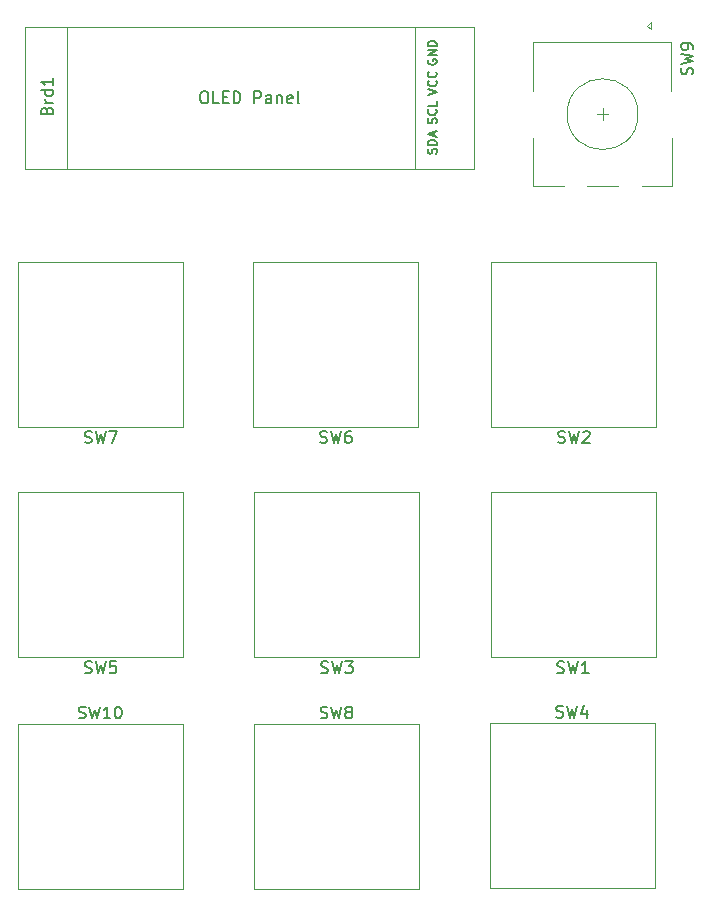
<source format=gbr>
%TF.GenerationSoftware,KiCad,Pcbnew,9.0.7*%
%TF.CreationDate,2026-02-17T23:39:54+08:00*%
%TF.ProjectId,MacroPad,4d616372-6f50-4616-942e-6b696361645f,rev?*%
%TF.SameCoordinates,Original*%
%TF.FileFunction,Legend,Top*%
%TF.FilePolarity,Positive*%
%FSLAX46Y46*%
G04 Gerber Fmt 4.6, Leading zero omitted, Abs format (unit mm)*
G04 Created by KiCad (PCBNEW 9.0.7) date 2026-02-17 23:39:54*
%MOMM*%
%LPD*%
G01*
G04 APERTURE LIST*
%ADD10C,0.150000*%
%ADD11C,0.120000*%
%ADD12C,0.040000*%
G04 APERTURE END LIST*
D10*
X113086667Y-83781200D02*
X113229524Y-83828819D01*
X113229524Y-83828819D02*
X113467619Y-83828819D01*
X113467619Y-83828819D02*
X113562857Y-83781200D01*
X113562857Y-83781200D02*
X113610476Y-83733580D01*
X113610476Y-83733580D02*
X113658095Y-83638342D01*
X113658095Y-83638342D02*
X113658095Y-83543104D01*
X113658095Y-83543104D02*
X113610476Y-83447866D01*
X113610476Y-83447866D02*
X113562857Y-83400247D01*
X113562857Y-83400247D02*
X113467619Y-83352628D01*
X113467619Y-83352628D02*
X113277143Y-83305009D01*
X113277143Y-83305009D02*
X113181905Y-83257390D01*
X113181905Y-83257390D02*
X113134286Y-83209771D01*
X113134286Y-83209771D02*
X113086667Y-83114533D01*
X113086667Y-83114533D02*
X113086667Y-83019295D01*
X113086667Y-83019295D02*
X113134286Y-82924057D01*
X113134286Y-82924057D02*
X113181905Y-82876438D01*
X113181905Y-82876438D02*
X113277143Y-82828819D01*
X113277143Y-82828819D02*
X113515238Y-82828819D01*
X113515238Y-82828819D02*
X113658095Y-82876438D01*
X113991429Y-82828819D02*
X114229524Y-83828819D01*
X114229524Y-83828819D02*
X114420000Y-83114533D01*
X114420000Y-83114533D02*
X114610476Y-83828819D01*
X114610476Y-83828819D02*
X114848572Y-82828819D01*
X115658095Y-82828819D02*
X115467619Y-82828819D01*
X115467619Y-82828819D02*
X115372381Y-82876438D01*
X115372381Y-82876438D02*
X115324762Y-82924057D01*
X115324762Y-82924057D02*
X115229524Y-83066914D01*
X115229524Y-83066914D02*
X115181905Y-83257390D01*
X115181905Y-83257390D02*
X115181905Y-83638342D01*
X115181905Y-83638342D02*
X115229524Y-83733580D01*
X115229524Y-83733580D02*
X115277143Y-83781200D01*
X115277143Y-83781200D02*
X115372381Y-83828819D01*
X115372381Y-83828819D02*
X115562857Y-83828819D01*
X115562857Y-83828819D02*
X115658095Y-83781200D01*
X115658095Y-83781200D02*
X115705714Y-83733580D01*
X115705714Y-83733580D02*
X115753333Y-83638342D01*
X115753333Y-83638342D02*
X115753333Y-83400247D01*
X115753333Y-83400247D02*
X115705714Y-83305009D01*
X115705714Y-83305009D02*
X115658095Y-83257390D01*
X115658095Y-83257390D02*
X115562857Y-83209771D01*
X115562857Y-83209771D02*
X115372381Y-83209771D01*
X115372381Y-83209771D02*
X115277143Y-83257390D01*
X115277143Y-83257390D02*
X115229524Y-83305009D01*
X115229524Y-83305009D02*
X115181905Y-83400247D01*
X144607200Y-52633332D02*
X144654819Y-52490475D01*
X144654819Y-52490475D02*
X144654819Y-52252380D01*
X144654819Y-52252380D02*
X144607200Y-52157142D01*
X144607200Y-52157142D02*
X144559580Y-52109523D01*
X144559580Y-52109523D02*
X144464342Y-52061904D01*
X144464342Y-52061904D02*
X144369104Y-52061904D01*
X144369104Y-52061904D02*
X144273866Y-52109523D01*
X144273866Y-52109523D02*
X144226247Y-52157142D01*
X144226247Y-52157142D02*
X144178628Y-52252380D01*
X144178628Y-52252380D02*
X144131009Y-52442856D01*
X144131009Y-52442856D02*
X144083390Y-52538094D01*
X144083390Y-52538094D02*
X144035771Y-52585713D01*
X144035771Y-52585713D02*
X143940533Y-52633332D01*
X143940533Y-52633332D02*
X143845295Y-52633332D01*
X143845295Y-52633332D02*
X143750057Y-52585713D01*
X143750057Y-52585713D02*
X143702438Y-52538094D01*
X143702438Y-52538094D02*
X143654819Y-52442856D01*
X143654819Y-52442856D02*
X143654819Y-52204761D01*
X143654819Y-52204761D02*
X143702438Y-52061904D01*
X143654819Y-51728570D02*
X144654819Y-51490475D01*
X144654819Y-51490475D02*
X143940533Y-51299999D01*
X143940533Y-51299999D02*
X144654819Y-51109523D01*
X144654819Y-51109523D02*
X143654819Y-50871428D01*
X144654819Y-50442856D02*
X144654819Y-50252380D01*
X144654819Y-50252380D02*
X144607200Y-50157142D01*
X144607200Y-50157142D02*
X144559580Y-50109523D01*
X144559580Y-50109523D02*
X144416723Y-50014285D01*
X144416723Y-50014285D02*
X144226247Y-49966666D01*
X144226247Y-49966666D02*
X143845295Y-49966666D01*
X143845295Y-49966666D02*
X143750057Y-50014285D01*
X143750057Y-50014285D02*
X143702438Y-50061904D01*
X143702438Y-50061904D02*
X143654819Y-50157142D01*
X143654819Y-50157142D02*
X143654819Y-50347618D01*
X143654819Y-50347618D02*
X143702438Y-50442856D01*
X143702438Y-50442856D02*
X143750057Y-50490475D01*
X143750057Y-50490475D02*
X143845295Y-50538094D01*
X143845295Y-50538094D02*
X144083390Y-50538094D01*
X144083390Y-50538094D02*
X144178628Y-50490475D01*
X144178628Y-50490475D02*
X144226247Y-50442856D01*
X144226247Y-50442856D02*
X144273866Y-50347618D01*
X144273866Y-50347618D02*
X144273866Y-50157142D01*
X144273866Y-50157142D02*
X144226247Y-50061904D01*
X144226247Y-50061904D02*
X144178628Y-50014285D01*
X144178628Y-50014285D02*
X144083390Y-49966666D01*
X113166667Y-103281200D02*
X113309524Y-103328819D01*
X113309524Y-103328819D02*
X113547619Y-103328819D01*
X113547619Y-103328819D02*
X113642857Y-103281200D01*
X113642857Y-103281200D02*
X113690476Y-103233580D01*
X113690476Y-103233580D02*
X113738095Y-103138342D01*
X113738095Y-103138342D02*
X113738095Y-103043104D01*
X113738095Y-103043104D02*
X113690476Y-102947866D01*
X113690476Y-102947866D02*
X113642857Y-102900247D01*
X113642857Y-102900247D02*
X113547619Y-102852628D01*
X113547619Y-102852628D02*
X113357143Y-102805009D01*
X113357143Y-102805009D02*
X113261905Y-102757390D01*
X113261905Y-102757390D02*
X113214286Y-102709771D01*
X113214286Y-102709771D02*
X113166667Y-102614533D01*
X113166667Y-102614533D02*
X113166667Y-102519295D01*
X113166667Y-102519295D02*
X113214286Y-102424057D01*
X113214286Y-102424057D02*
X113261905Y-102376438D01*
X113261905Y-102376438D02*
X113357143Y-102328819D01*
X113357143Y-102328819D02*
X113595238Y-102328819D01*
X113595238Y-102328819D02*
X113738095Y-102376438D01*
X114071429Y-102328819D02*
X114309524Y-103328819D01*
X114309524Y-103328819D02*
X114500000Y-102614533D01*
X114500000Y-102614533D02*
X114690476Y-103328819D01*
X114690476Y-103328819D02*
X114928572Y-102328819D01*
X115214286Y-102328819D02*
X115833333Y-102328819D01*
X115833333Y-102328819D02*
X115500000Y-102709771D01*
X115500000Y-102709771D02*
X115642857Y-102709771D01*
X115642857Y-102709771D02*
X115738095Y-102757390D01*
X115738095Y-102757390D02*
X115785714Y-102805009D01*
X115785714Y-102805009D02*
X115833333Y-102900247D01*
X115833333Y-102900247D02*
X115833333Y-103138342D01*
X115833333Y-103138342D02*
X115785714Y-103233580D01*
X115785714Y-103233580D02*
X115738095Y-103281200D01*
X115738095Y-103281200D02*
X115642857Y-103328819D01*
X115642857Y-103328819D02*
X115357143Y-103328819D01*
X115357143Y-103328819D02*
X115261905Y-103281200D01*
X115261905Y-103281200D02*
X115214286Y-103233580D01*
X133166667Y-103281200D02*
X133309524Y-103328819D01*
X133309524Y-103328819D02*
X133547619Y-103328819D01*
X133547619Y-103328819D02*
X133642857Y-103281200D01*
X133642857Y-103281200D02*
X133690476Y-103233580D01*
X133690476Y-103233580D02*
X133738095Y-103138342D01*
X133738095Y-103138342D02*
X133738095Y-103043104D01*
X133738095Y-103043104D02*
X133690476Y-102947866D01*
X133690476Y-102947866D02*
X133642857Y-102900247D01*
X133642857Y-102900247D02*
X133547619Y-102852628D01*
X133547619Y-102852628D02*
X133357143Y-102805009D01*
X133357143Y-102805009D02*
X133261905Y-102757390D01*
X133261905Y-102757390D02*
X133214286Y-102709771D01*
X133214286Y-102709771D02*
X133166667Y-102614533D01*
X133166667Y-102614533D02*
X133166667Y-102519295D01*
X133166667Y-102519295D02*
X133214286Y-102424057D01*
X133214286Y-102424057D02*
X133261905Y-102376438D01*
X133261905Y-102376438D02*
X133357143Y-102328819D01*
X133357143Y-102328819D02*
X133595238Y-102328819D01*
X133595238Y-102328819D02*
X133738095Y-102376438D01*
X134071429Y-102328819D02*
X134309524Y-103328819D01*
X134309524Y-103328819D02*
X134500000Y-102614533D01*
X134500000Y-102614533D02*
X134690476Y-103328819D01*
X134690476Y-103328819D02*
X134928572Y-102328819D01*
X135833333Y-103328819D02*
X135261905Y-103328819D01*
X135547619Y-103328819D02*
X135547619Y-102328819D01*
X135547619Y-102328819D02*
X135452381Y-102471676D01*
X135452381Y-102471676D02*
X135357143Y-102566914D01*
X135357143Y-102566914D02*
X135261905Y-102614533D01*
X93166667Y-83781200D02*
X93309524Y-83828819D01*
X93309524Y-83828819D02*
X93547619Y-83828819D01*
X93547619Y-83828819D02*
X93642857Y-83781200D01*
X93642857Y-83781200D02*
X93690476Y-83733580D01*
X93690476Y-83733580D02*
X93738095Y-83638342D01*
X93738095Y-83638342D02*
X93738095Y-83543104D01*
X93738095Y-83543104D02*
X93690476Y-83447866D01*
X93690476Y-83447866D02*
X93642857Y-83400247D01*
X93642857Y-83400247D02*
X93547619Y-83352628D01*
X93547619Y-83352628D02*
X93357143Y-83305009D01*
X93357143Y-83305009D02*
X93261905Y-83257390D01*
X93261905Y-83257390D02*
X93214286Y-83209771D01*
X93214286Y-83209771D02*
X93166667Y-83114533D01*
X93166667Y-83114533D02*
X93166667Y-83019295D01*
X93166667Y-83019295D02*
X93214286Y-82924057D01*
X93214286Y-82924057D02*
X93261905Y-82876438D01*
X93261905Y-82876438D02*
X93357143Y-82828819D01*
X93357143Y-82828819D02*
X93595238Y-82828819D01*
X93595238Y-82828819D02*
X93738095Y-82876438D01*
X94071429Y-82828819D02*
X94309524Y-83828819D01*
X94309524Y-83828819D02*
X94500000Y-83114533D01*
X94500000Y-83114533D02*
X94690476Y-83828819D01*
X94690476Y-83828819D02*
X94928572Y-82828819D01*
X95214286Y-82828819D02*
X95880952Y-82828819D01*
X95880952Y-82828819D02*
X95452381Y-83828819D01*
X133246667Y-83781200D02*
X133389524Y-83828819D01*
X133389524Y-83828819D02*
X133627619Y-83828819D01*
X133627619Y-83828819D02*
X133722857Y-83781200D01*
X133722857Y-83781200D02*
X133770476Y-83733580D01*
X133770476Y-83733580D02*
X133818095Y-83638342D01*
X133818095Y-83638342D02*
X133818095Y-83543104D01*
X133818095Y-83543104D02*
X133770476Y-83447866D01*
X133770476Y-83447866D02*
X133722857Y-83400247D01*
X133722857Y-83400247D02*
X133627619Y-83352628D01*
X133627619Y-83352628D02*
X133437143Y-83305009D01*
X133437143Y-83305009D02*
X133341905Y-83257390D01*
X133341905Y-83257390D02*
X133294286Y-83209771D01*
X133294286Y-83209771D02*
X133246667Y-83114533D01*
X133246667Y-83114533D02*
X133246667Y-83019295D01*
X133246667Y-83019295D02*
X133294286Y-82924057D01*
X133294286Y-82924057D02*
X133341905Y-82876438D01*
X133341905Y-82876438D02*
X133437143Y-82828819D01*
X133437143Y-82828819D02*
X133675238Y-82828819D01*
X133675238Y-82828819D02*
X133818095Y-82876438D01*
X134151429Y-82828819D02*
X134389524Y-83828819D01*
X134389524Y-83828819D02*
X134580000Y-83114533D01*
X134580000Y-83114533D02*
X134770476Y-83828819D01*
X134770476Y-83828819D02*
X135008572Y-82828819D01*
X135341905Y-82924057D02*
X135389524Y-82876438D01*
X135389524Y-82876438D02*
X135484762Y-82828819D01*
X135484762Y-82828819D02*
X135722857Y-82828819D01*
X135722857Y-82828819D02*
X135818095Y-82876438D01*
X135818095Y-82876438D02*
X135865714Y-82924057D01*
X135865714Y-82924057D02*
X135913333Y-83019295D01*
X135913333Y-83019295D02*
X135913333Y-83114533D01*
X135913333Y-83114533D02*
X135865714Y-83257390D01*
X135865714Y-83257390D02*
X135294286Y-83828819D01*
X135294286Y-83828819D02*
X135913333Y-83828819D01*
X92650476Y-107113200D02*
X92793333Y-107160819D01*
X92793333Y-107160819D02*
X93031428Y-107160819D01*
X93031428Y-107160819D02*
X93126666Y-107113200D01*
X93126666Y-107113200D02*
X93174285Y-107065580D01*
X93174285Y-107065580D02*
X93221904Y-106970342D01*
X93221904Y-106970342D02*
X93221904Y-106875104D01*
X93221904Y-106875104D02*
X93174285Y-106779866D01*
X93174285Y-106779866D02*
X93126666Y-106732247D01*
X93126666Y-106732247D02*
X93031428Y-106684628D01*
X93031428Y-106684628D02*
X92840952Y-106637009D01*
X92840952Y-106637009D02*
X92745714Y-106589390D01*
X92745714Y-106589390D02*
X92698095Y-106541771D01*
X92698095Y-106541771D02*
X92650476Y-106446533D01*
X92650476Y-106446533D02*
X92650476Y-106351295D01*
X92650476Y-106351295D02*
X92698095Y-106256057D01*
X92698095Y-106256057D02*
X92745714Y-106208438D01*
X92745714Y-106208438D02*
X92840952Y-106160819D01*
X92840952Y-106160819D02*
X93079047Y-106160819D01*
X93079047Y-106160819D02*
X93221904Y-106208438D01*
X93555238Y-106160819D02*
X93793333Y-107160819D01*
X93793333Y-107160819D02*
X93983809Y-106446533D01*
X93983809Y-106446533D02*
X94174285Y-107160819D01*
X94174285Y-107160819D02*
X94412381Y-106160819D01*
X95317142Y-107160819D02*
X94745714Y-107160819D01*
X95031428Y-107160819D02*
X95031428Y-106160819D01*
X95031428Y-106160819D02*
X94936190Y-106303676D01*
X94936190Y-106303676D02*
X94840952Y-106398914D01*
X94840952Y-106398914D02*
X94745714Y-106446533D01*
X95936190Y-106160819D02*
X96031428Y-106160819D01*
X96031428Y-106160819D02*
X96126666Y-106208438D01*
X96126666Y-106208438D02*
X96174285Y-106256057D01*
X96174285Y-106256057D02*
X96221904Y-106351295D01*
X96221904Y-106351295D02*
X96269523Y-106541771D01*
X96269523Y-106541771D02*
X96269523Y-106779866D01*
X96269523Y-106779866D02*
X96221904Y-106970342D01*
X96221904Y-106970342D02*
X96174285Y-107065580D01*
X96174285Y-107065580D02*
X96126666Y-107113200D01*
X96126666Y-107113200D02*
X96031428Y-107160819D01*
X96031428Y-107160819D02*
X95936190Y-107160819D01*
X95936190Y-107160819D02*
X95840952Y-107113200D01*
X95840952Y-107113200D02*
X95793333Y-107065580D01*
X95793333Y-107065580D02*
X95745714Y-106970342D01*
X95745714Y-106970342D02*
X95698095Y-106779866D01*
X95698095Y-106779866D02*
X95698095Y-106541771D01*
X95698095Y-106541771D02*
X95745714Y-106351295D01*
X95745714Y-106351295D02*
X95793333Y-106256057D01*
X95793333Y-106256057D02*
X95840952Y-106208438D01*
X95840952Y-106208438D02*
X95936190Y-106160819D01*
X113126667Y-107113200D02*
X113269524Y-107160819D01*
X113269524Y-107160819D02*
X113507619Y-107160819D01*
X113507619Y-107160819D02*
X113602857Y-107113200D01*
X113602857Y-107113200D02*
X113650476Y-107065580D01*
X113650476Y-107065580D02*
X113698095Y-106970342D01*
X113698095Y-106970342D02*
X113698095Y-106875104D01*
X113698095Y-106875104D02*
X113650476Y-106779866D01*
X113650476Y-106779866D02*
X113602857Y-106732247D01*
X113602857Y-106732247D02*
X113507619Y-106684628D01*
X113507619Y-106684628D02*
X113317143Y-106637009D01*
X113317143Y-106637009D02*
X113221905Y-106589390D01*
X113221905Y-106589390D02*
X113174286Y-106541771D01*
X113174286Y-106541771D02*
X113126667Y-106446533D01*
X113126667Y-106446533D02*
X113126667Y-106351295D01*
X113126667Y-106351295D02*
X113174286Y-106256057D01*
X113174286Y-106256057D02*
X113221905Y-106208438D01*
X113221905Y-106208438D02*
X113317143Y-106160819D01*
X113317143Y-106160819D02*
X113555238Y-106160819D01*
X113555238Y-106160819D02*
X113698095Y-106208438D01*
X114031429Y-106160819D02*
X114269524Y-107160819D01*
X114269524Y-107160819D02*
X114460000Y-106446533D01*
X114460000Y-106446533D02*
X114650476Y-107160819D01*
X114650476Y-107160819D02*
X114888572Y-106160819D01*
X115412381Y-106589390D02*
X115317143Y-106541771D01*
X115317143Y-106541771D02*
X115269524Y-106494152D01*
X115269524Y-106494152D02*
X115221905Y-106398914D01*
X115221905Y-106398914D02*
X115221905Y-106351295D01*
X115221905Y-106351295D02*
X115269524Y-106256057D01*
X115269524Y-106256057D02*
X115317143Y-106208438D01*
X115317143Y-106208438D02*
X115412381Y-106160819D01*
X115412381Y-106160819D02*
X115602857Y-106160819D01*
X115602857Y-106160819D02*
X115698095Y-106208438D01*
X115698095Y-106208438D02*
X115745714Y-106256057D01*
X115745714Y-106256057D02*
X115793333Y-106351295D01*
X115793333Y-106351295D02*
X115793333Y-106398914D01*
X115793333Y-106398914D02*
X115745714Y-106494152D01*
X115745714Y-106494152D02*
X115698095Y-106541771D01*
X115698095Y-106541771D02*
X115602857Y-106589390D01*
X115602857Y-106589390D02*
X115412381Y-106589390D01*
X115412381Y-106589390D02*
X115317143Y-106637009D01*
X115317143Y-106637009D02*
X115269524Y-106684628D01*
X115269524Y-106684628D02*
X115221905Y-106779866D01*
X115221905Y-106779866D02*
X115221905Y-106970342D01*
X115221905Y-106970342D02*
X115269524Y-107065580D01*
X115269524Y-107065580D02*
X115317143Y-107113200D01*
X115317143Y-107113200D02*
X115412381Y-107160819D01*
X115412381Y-107160819D02*
X115602857Y-107160819D01*
X115602857Y-107160819D02*
X115698095Y-107113200D01*
X115698095Y-107113200D02*
X115745714Y-107065580D01*
X115745714Y-107065580D02*
X115793333Y-106970342D01*
X115793333Y-106970342D02*
X115793333Y-106779866D01*
X115793333Y-106779866D02*
X115745714Y-106684628D01*
X115745714Y-106684628D02*
X115698095Y-106637009D01*
X115698095Y-106637009D02*
X115602857Y-106589390D01*
X133086667Y-107033200D02*
X133229524Y-107080819D01*
X133229524Y-107080819D02*
X133467619Y-107080819D01*
X133467619Y-107080819D02*
X133562857Y-107033200D01*
X133562857Y-107033200D02*
X133610476Y-106985580D01*
X133610476Y-106985580D02*
X133658095Y-106890342D01*
X133658095Y-106890342D02*
X133658095Y-106795104D01*
X133658095Y-106795104D02*
X133610476Y-106699866D01*
X133610476Y-106699866D02*
X133562857Y-106652247D01*
X133562857Y-106652247D02*
X133467619Y-106604628D01*
X133467619Y-106604628D02*
X133277143Y-106557009D01*
X133277143Y-106557009D02*
X133181905Y-106509390D01*
X133181905Y-106509390D02*
X133134286Y-106461771D01*
X133134286Y-106461771D02*
X133086667Y-106366533D01*
X133086667Y-106366533D02*
X133086667Y-106271295D01*
X133086667Y-106271295D02*
X133134286Y-106176057D01*
X133134286Y-106176057D02*
X133181905Y-106128438D01*
X133181905Y-106128438D02*
X133277143Y-106080819D01*
X133277143Y-106080819D02*
X133515238Y-106080819D01*
X133515238Y-106080819D02*
X133658095Y-106128438D01*
X133991429Y-106080819D02*
X134229524Y-107080819D01*
X134229524Y-107080819D02*
X134420000Y-106366533D01*
X134420000Y-106366533D02*
X134610476Y-107080819D01*
X134610476Y-107080819D02*
X134848572Y-106080819D01*
X135658095Y-106414152D02*
X135658095Y-107080819D01*
X135420000Y-106033200D02*
X135181905Y-106747485D01*
X135181905Y-106747485D02*
X135800952Y-106747485D01*
X89946009Y-55691666D02*
X89993628Y-55548809D01*
X89993628Y-55548809D02*
X90041247Y-55501190D01*
X90041247Y-55501190D02*
X90136485Y-55453571D01*
X90136485Y-55453571D02*
X90279342Y-55453571D01*
X90279342Y-55453571D02*
X90374580Y-55501190D01*
X90374580Y-55501190D02*
X90422200Y-55548809D01*
X90422200Y-55548809D02*
X90469819Y-55644047D01*
X90469819Y-55644047D02*
X90469819Y-56024999D01*
X90469819Y-56024999D02*
X89469819Y-56024999D01*
X89469819Y-56024999D02*
X89469819Y-55691666D01*
X89469819Y-55691666D02*
X89517438Y-55596428D01*
X89517438Y-55596428D02*
X89565057Y-55548809D01*
X89565057Y-55548809D02*
X89660295Y-55501190D01*
X89660295Y-55501190D02*
X89755533Y-55501190D01*
X89755533Y-55501190D02*
X89850771Y-55548809D01*
X89850771Y-55548809D02*
X89898390Y-55596428D01*
X89898390Y-55596428D02*
X89946009Y-55691666D01*
X89946009Y-55691666D02*
X89946009Y-56024999D01*
X90469819Y-55024999D02*
X89803152Y-55024999D01*
X89993628Y-55024999D02*
X89898390Y-54977380D01*
X89898390Y-54977380D02*
X89850771Y-54929761D01*
X89850771Y-54929761D02*
X89803152Y-54834523D01*
X89803152Y-54834523D02*
X89803152Y-54739285D01*
X90469819Y-53977380D02*
X89469819Y-53977380D01*
X90422200Y-53977380D02*
X90469819Y-54072618D01*
X90469819Y-54072618D02*
X90469819Y-54263094D01*
X90469819Y-54263094D02*
X90422200Y-54358332D01*
X90422200Y-54358332D02*
X90374580Y-54405951D01*
X90374580Y-54405951D02*
X90279342Y-54453570D01*
X90279342Y-54453570D02*
X89993628Y-54453570D01*
X89993628Y-54453570D02*
X89898390Y-54405951D01*
X89898390Y-54405951D02*
X89850771Y-54358332D01*
X89850771Y-54358332D02*
X89803152Y-54263094D01*
X89803152Y-54263094D02*
X89803152Y-54072618D01*
X89803152Y-54072618D02*
X89850771Y-53977380D01*
X90469819Y-52977380D02*
X90469819Y-53548808D01*
X90469819Y-53263094D02*
X89469819Y-53263094D01*
X89469819Y-53263094D02*
X89612676Y-53358332D01*
X89612676Y-53358332D02*
X89707914Y-53453570D01*
X89707914Y-53453570D02*
X89755533Y-53548808D01*
X103186428Y-54069819D02*
X103376904Y-54069819D01*
X103376904Y-54069819D02*
X103472142Y-54117438D01*
X103472142Y-54117438D02*
X103567380Y-54212676D01*
X103567380Y-54212676D02*
X103614999Y-54403152D01*
X103614999Y-54403152D02*
X103614999Y-54736485D01*
X103614999Y-54736485D02*
X103567380Y-54926961D01*
X103567380Y-54926961D02*
X103472142Y-55022200D01*
X103472142Y-55022200D02*
X103376904Y-55069819D01*
X103376904Y-55069819D02*
X103186428Y-55069819D01*
X103186428Y-55069819D02*
X103091190Y-55022200D01*
X103091190Y-55022200D02*
X102995952Y-54926961D01*
X102995952Y-54926961D02*
X102948333Y-54736485D01*
X102948333Y-54736485D02*
X102948333Y-54403152D01*
X102948333Y-54403152D02*
X102995952Y-54212676D01*
X102995952Y-54212676D02*
X103091190Y-54117438D01*
X103091190Y-54117438D02*
X103186428Y-54069819D01*
X104519761Y-55069819D02*
X104043571Y-55069819D01*
X104043571Y-55069819D02*
X104043571Y-54069819D01*
X104853095Y-54546009D02*
X105186428Y-54546009D01*
X105329285Y-55069819D02*
X104853095Y-55069819D01*
X104853095Y-55069819D02*
X104853095Y-54069819D01*
X104853095Y-54069819D02*
X105329285Y-54069819D01*
X105757857Y-55069819D02*
X105757857Y-54069819D01*
X105757857Y-54069819D02*
X105995952Y-54069819D01*
X105995952Y-54069819D02*
X106138809Y-54117438D01*
X106138809Y-54117438D02*
X106234047Y-54212676D01*
X106234047Y-54212676D02*
X106281666Y-54307914D01*
X106281666Y-54307914D02*
X106329285Y-54498390D01*
X106329285Y-54498390D02*
X106329285Y-54641247D01*
X106329285Y-54641247D02*
X106281666Y-54831723D01*
X106281666Y-54831723D02*
X106234047Y-54926961D01*
X106234047Y-54926961D02*
X106138809Y-55022200D01*
X106138809Y-55022200D02*
X105995952Y-55069819D01*
X105995952Y-55069819D02*
X105757857Y-55069819D01*
X107519762Y-55069819D02*
X107519762Y-54069819D01*
X107519762Y-54069819D02*
X107900714Y-54069819D01*
X107900714Y-54069819D02*
X107995952Y-54117438D01*
X107995952Y-54117438D02*
X108043571Y-54165057D01*
X108043571Y-54165057D02*
X108091190Y-54260295D01*
X108091190Y-54260295D02*
X108091190Y-54403152D01*
X108091190Y-54403152D02*
X108043571Y-54498390D01*
X108043571Y-54498390D02*
X107995952Y-54546009D01*
X107995952Y-54546009D02*
X107900714Y-54593628D01*
X107900714Y-54593628D02*
X107519762Y-54593628D01*
X108948333Y-55069819D02*
X108948333Y-54546009D01*
X108948333Y-54546009D02*
X108900714Y-54450771D01*
X108900714Y-54450771D02*
X108805476Y-54403152D01*
X108805476Y-54403152D02*
X108615000Y-54403152D01*
X108615000Y-54403152D02*
X108519762Y-54450771D01*
X108948333Y-55022200D02*
X108853095Y-55069819D01*
X108853095Y-55069819D02*
X108615000Y-55069819D01*
X108615000Y-55069819D02*
X108519762Y-55022200D01*
X108519762Y-55022200D02*
X108472143Y-54926961D01*
X108472143Y-54926961D02*
X108472143Y-54831723D01*
X108472143Y-54831723D02*
X108519762Y-54736485D01*
X108519762Y-54736485D02*
X108615000Y-54688866D01*
X108615000Y-54688866D02*
X108853095Y-54688866D01*
X108853095Y-54688866D02*
X108948333Y-54641247D01*
X109424524Y-54403152D02*
X109424524Y-55069819D01*
X109424524Y-54498390D02*
X109472143Y-54450771D01*
X109472143Y-54450771D02*
X109567381Y-54403152D01*
X109567381Y-54403152D02*
X109710238Y-54403152D01*
X109710238Y-54403152D02*
X109805476Y-54450771D01*
X109805476Y-54450771D02*
X109853095Y-54546009D01*
X109853095Y-54546009D02*
X109853095Y-55069819D01*
X110710238Y-55022200D02*
X110615000Y-55069819D01*
X110615000Y-55069819D02*
X110424524Y-55069819D01*
X110424524Y-55069819D02*
X110329286Y-55022200D01*
X110329286Y-55022200D02*
X110281667Y-54926961D01*
X110281667Y-54926961D02*
X110281667Y-54546009D01*
X110281667Y-54546009D02*
X110329286Y-54450771D01*
X110329286Y-54450771D02*
X110424524Y-54403152D01*
X110424524Y-54403152D02*
X110615000Y-54403152D01*
X110615000Y-54403152D02*
X110710238Y-54450771D01*
X110710238Y-54450771D02*
X110757857Y-54546009D01*
X110757857Y-54546009D02*
X110757857Y-54641247D01*
X110757857Y-54641247D02*
X110281667Y-54736485D01*
X111329286Y-55069819D02*
X111234048Y-55022200D01*
X111234048Y-55022200D02*
X111186429Y-54926961D01*
X111186429Y-54926961D02*
X111186429Y-54069819D01*
X122918450Y-56777856D02*
X122954164Y-56670714D01*
X122954164Y-56670714D02*
X122954164Y-56492142D01*
X122954164Y-56492142D02*
X122918450Y-56420714D01*
X122918450Y-56420714D02*
X122882735Y-56384999D01*
X122882735Y-56384999D02*
X122811307Y-56349285D01*
X122811307Y-56349285D02*
X122739878Y-56349285D01*
X122739878Y-56349285D02*
X122668450Y-56384999D01*
X122668450Y-56384999D02*
X122632735Y-56420714D01*
X122632735Y-56420714D02*
X122597021Y-56492142D01*
X122597021Y-56492142D02*
X122561307Y-56634999D01*
X122561307Y-56634999D02*
X122525592Y-56706428D01*
X122525592Y-56706428D02*
X122489878Y-56742142D01*
X122489878Y-56742142D02*
X122418450Y-56777856D01*
X122418450Y-56777856D02*
X122347021Y-56777856D01*
X122347021Y-56777856D02*
X122275592Y-56742142D01*
X122275592Y-56742142D02*
X122239878Y-56706428D01*
X122239878Y-56706428D02*
X122204164Y-56634999D01*
X122204164Y-56634999D02*
X122204164Y-56456428D01*
X122204164Y-56456428D02*
X122239878Y-56349285D01*
X122882735Y-55599285D02*
X122918450Y-55634999D01*
X122918450Y-55634999D02*
X122954164Y-55742142D01*
X122954164Y-55742142D02*
X122954164Y-55813570D01*
X122954164Y-55813570D02*
X122918450Y-55920713D01*
X122918450Y-55920713D02*
X122847021Y-55992142D01*
X122847021Y-55992142D02*
X122775592Y-56027856D01*
X122775592Y-56027856D02*
X122632735Y-56063570D01*
X122632735Y-56063570D02*
X122525592Y-56063570D01*
X122525592Y-56063570D02*
X122382735Y-56027856D01*
X122382735Y-56027856D02*
X122311307Y-55992142D01*
X122311307Y-55992142D02*
X122239878Y-55920713D01*
X122239878Y-55920713D02*
X122204164Y-55813570D01*
X122204164Y-55813570D02*
X122204164Y-55742142D01*
X122204164Y-55742142D02*
X122239878Y-55634999D01*
X122239878Y-55634999D02*
X122275592Y-55599285D01*
X122954164Y-54920713D02*
X122954164Y-55277856D01*
X122954164Y-55277856D02*
X122204164Y-55277856D01*
X122239878Y-51376428D02*
X122204164Y-51447857D01*
X122204164Y-51447857D02*
X122204164Y-51554999D01*
X122204164Y-51554999D02*
X122239878Y-51662142D01*
X122239878Y-51662142D02*
X122311307Y-51733571D01*
X122311307Y-51733571D02*
X122382735Y-51769285D01*
X122382735Y-51769285D02*
X122525592Y-51804999D01*
X122525592Y-51804999D02*
X122632735Y-51804999D01*
X122632735Y-51804999D02*
X122775592Y-51769285D01*
X122775592Y-51769285D02*
X122847021Y-51733571D01*
X122847021Y-51733571D02*
X122918450Y-51662142D01*
X122918450Y-51662142D02*
X122954164Y-51554999D01*
X122954164Y-51554999D02*
X122954164Y-51483571D01*
X122954164Y-51483571D02*
X122918450Y-51376428D01*
X122918450Y-51376428D02*
X122882735Y-51340714D01*
X122882735Y-51340714D02*
X122632735Y-51340714D01*
X122632735Y-51340714D02*
X122632735Y-51483571D01*
X122954164Y-51019285D02*
X122204164Y-51019285D01*
X122204164Y-51019285D02*
X122954164Y-50590714D01*
X122954164Y-50590714D02*
X122204164Y-50590714D01*
X122954164Y-50233571D02*
X122204164Y-50233571D01*
X122204164Y-50233571D02*
X122204164Y-50055000D01*
X122204164Y-50055000D02*
X122239878Y-49947857D01*
X122239878Y-49947857D02*
X122311307Y-49876428D01*
X122311307Y-49876428D02*
X122382735Y-49840714D01*
X122382735Y-49840714D02*
X122525592Y-49805000D01*
X122525592Y-49805000D02*
X122632735Y-49805000D01*
X122632735Y-49805000D02*
X122775592Y-49840714D01*
X122775592Y-49840714D02*
X122847021Y-49876428D01*
X122847021Y-49876428D02*
X122918450Y-49947857D01*
X122918450Y-49947857D02*
X122954164Y-50055000D01*
X122954164Y-50055000D02*
X122954164Y-50233571D01*
X122204164Y-54344999D02*
X122954164Y-54094999D01*
X122954164Y-54094999D02*
X122204164Y-53844999D01*
X122882735Y-53166428D02*
X122918450Y-53202142D01*
X122918450Y-53202142D02*
X122954164Y-53309285D01*
X122954164Y-53309285D02*
X122954164Y-53380713D01*
X122954164Y-53380713D02*
X122918450Y-53487856D01*
X122918450Y-53487856D02*
X122847021Y-53559285D01*
X122847021Y-53559285D02*
X122775592Y-53594999D01*
X122775592Y-53594999D02*
X122632735Y-53630713D01*
X122632735Y-53630713D02*
X122525592Y-53630713D01*
X122525592Y-53630713D02*
X122382735Y-53594999D01*
X122382735Y-53594999D02*
X122311307Y-53559285D01*
X122311307Y-53559285D02*
X122239878Y-53487856D01*
X122239878Y-53487856D02*
X122204164Y-53380713D01*
X122204164Y-53380713D02*
X122204164Y-53309285D01*
X122204164Y-53309285D02*
X122239878Y-53202142D01*
X122239878Y-53202142D02*
X122275592Y-53166428D01*
X122882735Y-52416428D02*
X122918450Y-52452142D01*
X122918450Y-52452142D02*
X122954164Y-52559285D01*
X122954164Y-52559285D02*
X122954164Y-52630713D01*
X122954164Y-52630713D02*
X122918450Y-52737856D01*
X122918450Y-52737856D02*
X122847021Y-52809285D01*
X122847021Y-52809285D02*
X122775592Y-52844999D01*
X122775592Y-52844999D02*
X122632735Y-52880713D01*
X122632735Y-52880713D02*
X122525592Y-52880713D01*
X122525592Y-52880713D02*
X122382735Y-52844999D01*
X122382735Y-52844999D02*
X122311307Y-52809285D01*
X122311307Y-52809285D02*
X122239878Y-52737856D01*
X122239878Y-52737856D02*
X122204164Y-52630713D01*
X122204164Y-52630713D02*
X122204164Y-52559285D01*
X122204164Y-52559285D02*
X122239878Y-52452142D01*
X122239878Y-52452142D02*
X122275592Y-52416428D01*
X122918450Y-59335713D02*
X122954164Y-59228571D01*
X122954164Y-59228571D02*
X122954164Y-59049999D01*
X122954164Y-59049999D02*
X122918450Y-58978571D01*
X122918450Y-58978571D02*
X122882735Y-58942856D01*
X122882735Y-58942856D02*
X122811307Y-58907142D01*
X122811307Y-58907142D02*
X122739878Y-58907142D01*
X122739878Y-58907142D02*
X122668450Y-58942856D01*
X122668450Y-58942856D02*
X122632735Y-58978571D01*
X122632735Y-58978571D02*
X122597021Y-59049999D01*
X122597021Y-59049999D02*
X122561307Y-59192856D01*
X122561307Y-59192856D02*
X122525592Y-59264285D01*
X122525592Y-59264285D02*
X122489878Y-59299999D01*
X122489878Y-59299999D02*
X122418450Y-59335713D01*
X122418450Y-59335713D02*
X122347021Y-59335713D01*
X122347021Y-59335713D02*
X122275592Y-59299999D01*
X122275592Y-59299999D02*
X122239878Y-59264285D01*
X122239878Y-59264285D02*
X122204164Y-59192856D01*
X122204164Y-59192856D02*
X122204164Y-59014285D01*
X122204164Y-59014285D02*
X122239878Y-58907142D01*
X122954164Y-58585713D02*
X122204164Y-58585713D01*
X122204164Y-58585713D02*
X122204164Y-58407142D01*
X122204164Y-58407142D02*
X122239878Y-58299999D01*
X122239878Y-58299999D02*
X122311307Y-58228570D01*
X122311307Y-58228570D02*
X122382735Y-58192856D01*
X122382735Y-58192856D02*
X122525592Y-58157142D01*
X122525592Y-58157142D02*
X122632735Y-58157142D01*
X122632735Y-58157142D02*
X122775592Y-58192856D01*
X122775592Y-58192856D02*
X122847021Y-58228570D01*
X122847021Y-58228570D02*
X122918450Y-58299999D01*
X122918450Y-58299999D02*
X122954164Y-58407142D01*
X122954164Y-58407142D02*
X122954164Y-58585713D01*
X122739878Y-57871427D02*
X122739878Y-57514285D01*
X122954164Y-57942856D02*
X122204164Y-57692856D01*
X122204164Y-57692856D02*
X122954164Y-57442856D01*
X93166667Y-103281200D02*
X93309524Y-103328819D01*
X93309524Y-103328819D02*
X93547619Y-103328819D01*
X93547619Y-103328819D02*
X93642857Y-103281200D01*
X93642857Y-103281200D02*
X93690476Y-103233580D01*
X93690476Y-103233580D02*
X93738095Y-103138342D01*
X93738095Y-103138342D02*
X93738095Y-103043104D01*
X93738095Y-103043104D02*
X93690476Y-102947866D01*
X93690476Y-102947866D02*
X93642857Y-102900247D01*
X93642857Y-102900247D02*
X93547619Y-102852628D01*
X93547619Y-102852628D02*
X93357143Y-102805009D01*
X93357143Y-102805009D02*
X93261905Y-102757390D01*
X93261905Y-102757390D02*
X93214286Y-102709771D01*
X93214286Y-102709771D02*
X93166667Y-102614533D01*
X93166667Y-102614533D02*
X93166667Y-102519295D01*
X93166667Y-102519295D02*
X93214286Y-102424057D01*
X93214286Y-102424057D02*
X93261905Y-102376438D01*
X93261905Y-102376438D02*
X93357143Y-102328819D01*
X93357143Y-102328819D02*
X93595238Y-102328819D01*
X93595238Y-102328819D02*
X93738095Y-102376438D01*
X94071429Y-102328819D02*
X94309524Y-103328819D01*
X94309524Y-103328819D02*
X94500000Y-102614533D01*
X94500000Y-102614533D02*
X94690476Y-103328819D01*
X94690476Y-103328819D02*
X94928572Y-102328819D01*
X95785714Y-102328819D02*
X95309524Y-102328819D01*
X95309524Y-102328819D02*
X95261905Y-102805009D01*
X95261905Y-102805009D02*
X95309524Y-102757390D01*
X95309524Y-102757390D02*
X95404762Y-102709771D01*
X95404762Y-102709771D02*
X95642857Y-102709771D01*
X95642857Y-102709771D02*
X95738095Y-102757390D01*
X95738095Y-102757390D02*
X95785714Y-102805009D01*
X95785714Y-102805009D02*
X95833333Y-102900247D01*
X95833333Y-102900247D02*
X95833333Y-103138342D01*
X95833333Y-103138342D02*
X95785714Y-103233580D01*
X95785714Y-103233580D02*
X95738095Y-103281200D01*
X95738095Y-103281200D02*
X95642857Y-103328819D01*
X95642857Y-103328819D02*
X95404762Y-103328819D01*
X95404762Y-103328819D02*
X95309524Y-103281200D01*
X95309524Y-103281200D02*
X95261905Y-103233580D01*
D11*
%TO.C,SW6*%
X107435000Y-68515000D02*
X121405000Y-68515000D01*
X107435000Y-82485000D02*
X107435000Y-68515000D01*
X121405000Y-68515000D02*
X121405000Y-82485000D01*
X121405000Y-82485000D02*
X107435000Y-82485000D01*
%TO.C,SW9*%
X131100000Y-54000000D02*
X131100000Y-49900000D01*
X131100000Y-62100000D02*
X131100000Y-58000000D01*
X133700000Y-62100000D02*
X131100000Y-62100000D01*
X137000000Y-55500000D02*
X137000000Y-56500000D01*
X137500000Y-56000000D02*
X136500000Y-56000000D01*
X138300000Y-62100000D02*
X135700000Y-62100000D01*
X140800000Y-48500000D02*
X141100000Y-48200000D01*
X141100000Y-48200000D02*
X141100000Y-48800000D01*
X141100000Y-48800000D02*
X140800000Y-48500000D01*
X142800000Y-49900000D02*
X131100000Y-49900000D01*
X142800000Y-54000000D02*
X142800000Y-49900000D01*
X142900000Y-58000000D02*
X142900000Y-62100000D01*
X142900000Y-62100000D02*
X140300000Y-62100000D01*
X140000000Y-56000000D02*
G75*
G02*
X134000000Y-56000000I-3000000J0D01*
G01*
X134000000Y-56000000D02*
G75*
G02*
X140000000Y-56000000I3000000J0D01*
G01*
%TO.C,SW3*%
X107515000Y-88015000D02*
X121485000Y-88015000D01*
X107515000Y-101985000D02*
X107515000Y-88015000D01*
X121485000Y-88015000D02*
X121485000Y-101985000D01*
X121485000Y-101985000D02*
X107515000Y-101985000D01*
%TO.C,SW1*%
X127515000Y-88015000D02*
X141485000Y-88015000D01*
X127515000Y-101985000D02*
X127515000Y-88015000D01*
X141485000Y-88015000D02*
X141485000Y-101985000D01*
X141485000Y-101985000D02*
X127515000Y-101985000D01*
%TO.C,SW7*%
X87515000Y-68515000D02*
X101485000Y-68515000D01*
X87515000Y-82485000D02*
X87515000Y-68515000D01*
X101485000Y-68515000D02*
X101485000Y-82485000D01*
X101485000Y-82485000D02*
X87515000Y-82485000D01*
%TO.C,SW2*%
X127595000Y-68515000D02*
X141565000Y-68515000D01*
X127595000Y-82485000D02*
X127595000Y-68515000D01*
X141565000Y-68515000D02*
X141565000Y-82485000D01*
X141565000Y-82485000D02*
X127595000Y-82485000D01*
%TO.C,SW10*%
X87475000Y-107595000D02*
X101445000Y-107595000D01*
X87475000Y-121565000D02*
X87475000Y-107595000D01*
X101445000Y-107595000D02*
X101445000Y-121565000D01*
X101445000Y-121565000D02*
X87475000Y-121565000D01*
%TO.C,SW8*%
X107475000Y-107595000D02*
X121445000Y-107595000D01*
X107475000Y-121565000D02*
X107475000Y-107595000D01*
X121445000Y-107595000D02*
X121445000Y-121565000D01*
X121445000Y-121565000D02*
X107475000Y-121565000D01*
%TO.C,SW4*%
X127435000Y-107515000D02*
X141405000Y-107515000D01*
X127435000Y-121485000D02*
X127435000Y-107515000D01*
X141405000Y-107515000D02*
X141405000Y-121485000D01*
X141405000Y-121485000D02*
X127435000Y-121485000D01*
D12*
%TO.C,Brd1*%
X88115000Y-48615000D02*
X88115000Y-60615000D01*
X88115000Y-60615000D02*
X126115000Y-60615000D01*
X91615000Y-48615000D02*
X91615000Y-60615000D01*
X121115000Y-48615000D02*
X121115000Y-60615000D01*
X126115000Y-48615000D02*
X88115000Y-48615000D01*
X126115000Y-60615000D02*
X126115000Y-48615000D01*
D11*
%TO.C,SW5*%
X87515000Y-88015000D02*
X101485000Y-88015000D01*
X87515000Y-101985000D02*
X87515000Y-88015000D01*
X101485000Y-88015000D02*
X101485000Y-101985000D01*
X101485000Y-101985000D02*
X87515000Y-101985000D01*
%TD*%
M02*

</source>
